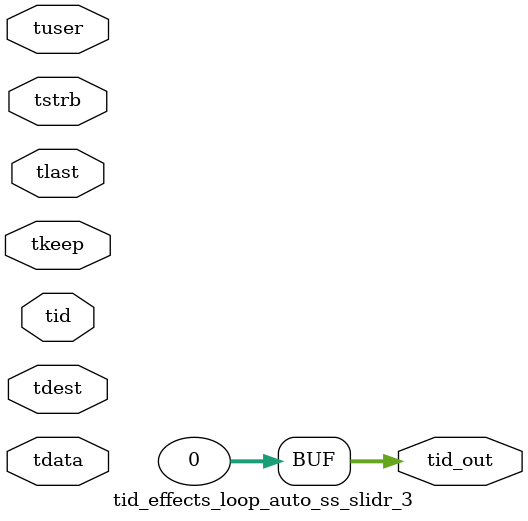
<source format=v>


`timescale 1ps/1ps

module tid_effects_loop_auto_ss_slidr_3 #
(
parameter C_S_AXIS_TID_WIDTH   = 1,
parameter C_S_AXIS_TUSER_WIDTH = 0,
parameter C_S_AXIS_TDATA_WIDTH = 0,
parameter C_S_AXIS_TDEST_WIDTH = 0,
parameter C_M_AXIS_TID_WIDTH   = 32
)
(
input  [(C_S_AXIS_TID_WIDTH   == 0 ? 1 : C_S_AXIS_TID_WIDTH)-1:0       ] tid,
input  [(C_S_AXIS_TDATA_WIDTH == 0 ? 1 : C_S_AXIS_TDATA_WIDTH)-1:0     ] tdata,
input  [(C_S_AXIS_TUSER_WIDTH == 0 ? 1 : C_S_AXIS_TUSER_WIDTH)-1:0     ] tuser,
input  [(C_S_AXIS_TDEST_WIDTH == 0 ? 1 : C_S_AXIS_TDEST_WIDTH)-1:0     ] tdest,
input  [(C_S_AXIS_TDATA_WIDTH/8)-1:0 ] tkeep,
input  [(C_S_AXIS_TDATA_WIDTH/8)-1:0 ] tstrb,
input                                                                    tlast,
output [(C_M_AXIS_TID_WIDTH   == 0 ? 1 : C_M_AXIS_TID_WIDTH)-1:0       ] tid_out
);

assign tid_out = {1'b0};

endmodule


</source>
